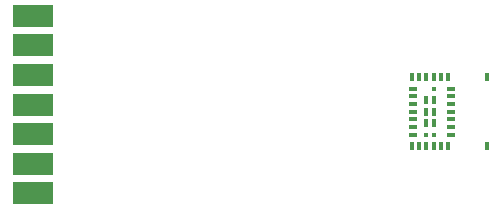
<source format=gts>
G75*
%MOIN*%
%OFA0B0*%
%FSLAX24Y24*%
%IPPOS*%
%LPD*%
%AMOC8*
5,1,8,0,0,1.08239X$1,22.5*
%
%ADD10R,0.1379X0.0730*%
%ADD11R,0.0276X0.0157*%
%ADD12R,0.0157X0.0157*%
%ADD13R,0.0157X0.0276*%
D10*
X002817Y005766D03*
X002817Y006750D03*
X002817Y007734D03*
X002817Y008718D03*
X002817Y009703D03*
X002817Y010687D03*
X002817Y011671D03*
D11*
X015494Y009250D03*
X015494Y008994D03*
X015494Y008738D03*
X015494Y008482D03*
X015494Y008226D03*
X015494Y007970D03*
X015494Y007715D03*
X016754Y007715D03*
X016754Y007970D03*
X016754Y008226D03*
X016754Y008482D03*
X016754Y008738D03*
X016754Y008994D03*
X016754Y009250D03*
D12*
X016193Y009250D03*
X016193Y007715D03*
X015937Y007715D03*
D13*
X015937Y008089D03*
X016193Y008089D03*
X016193Y008482D03*
X015937Y008482D03*
X015937Y008876D03*
X016193Y008876D03*
X016183Y009624D03*
X016419Y009624D03*
X016655Y009624D03*
X015946Y009624D03*
X015710Y009624D03*
X015474Y009624D03*
X015474Y007341D03*
X015710Y007341D03*
X015946Y007341D03*
X016183Y007341D03*
X016419Y007341D03*
X016655Y007341D03*
X017954Y007341D03*
X017954Y009624D03*
M02*

</source>
